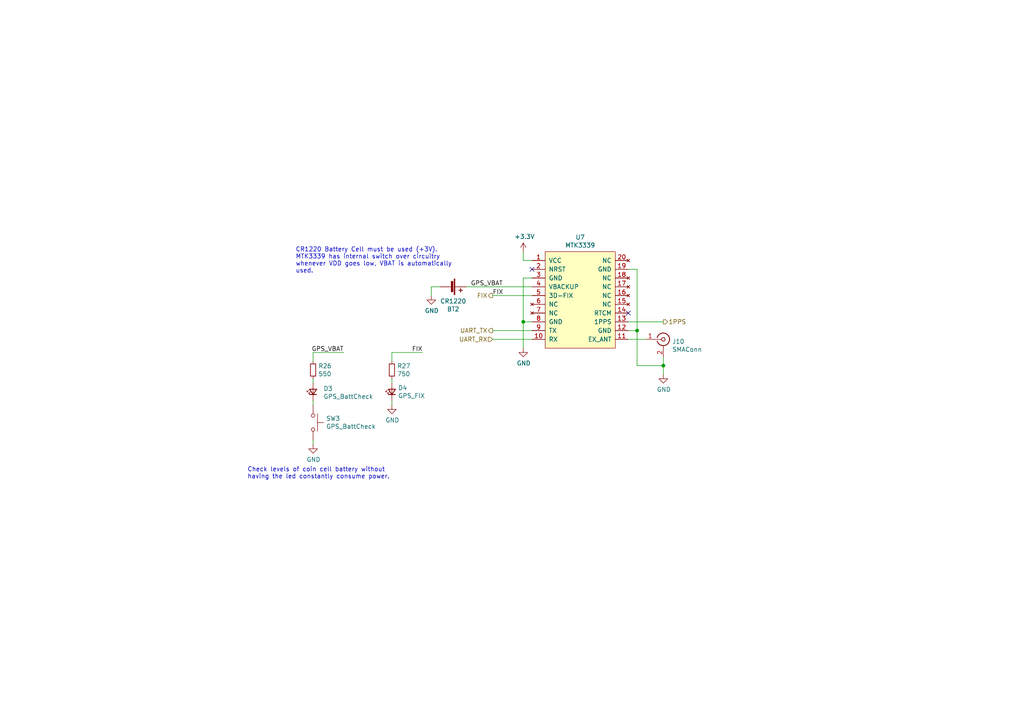
<source format=kicad_sch>
(kicad_sch (version 20230121) (generator eeschema)
  (paper "A4")
  (lib_symbols
    (symbol "Connector:Conn_Coaxial" (pin_names (offset 1.016) hide)
      (property "Reference" "J" (at 0.254 3.048 0))
      (property "Value" "Conn_Coaxial" (at 2.921 0 90))
      (symbol "Conn_Coaxial_0_1"
        (arc (start -1.778 -0.508) (mid 0.2311 -1.8066) (end 1.778 0) (stroke (width 0.254)))
        (polyline (pts (xy -2.54 0) (xy -0.508 0)))
        (polyline (pts (xy 0 -2.54) (xy 0 -1.778)))
        (circle (center 0 0) (radius 0.508) (stroke (width 0.2032)))
        (arc (start 1.778 0) (mid 0.2099 1.8101) (end -1.778 0.508) (stroke (width 0.254)))
      )
      (symbol "Conn_Coaxial_1_1"
        (pin passive line (at -5.08 0 0) (length 2.54) (name "In") (number "1"))
        (pin passive line (at 0 -5.08 90) (length 2.54) (name "Ext") (number "2"))
      )
    )
    (symbol "Device:Battery_Cell" (pin_numbers hide) (pin_names (offset 0) hide)
      (property "Reference" "BT" (at 2.54 2.54 0))
      (property "Value" "Battery_Cell" (at 2.54 0 0))
      (symbol "Battery_Cell_0_1"
        (rectangle (start -2.286 1.778) (end 2.286 1.524) (fill (type outline)))
        (rectangle (start -1.5748 1.1938) (end 1.4732 0.6858) (fill (type outline)))
        (polyline (pts (xy 0 0.762) (xy 0 0)))
        (polyline (pts (xy 0 1.778) (xy 0 2.54)))
        (polyline (pts (xy 0.508 3.429) (xy 1.524 3.429)) (stroke (width 0.254)))
        (polyline (pts (xy 1.016 3.937) (xy 1.016 2.921)) (stroke (width 0.254)))
      )
      (symbol "Battery_Cell_1_1"
        (pin passive line (at 0 5.08 270) (length 2.54) (name "+") (number "1"))
        (pin passive line (at 0 -2.54 90) (length 2.54) (name "-") (number "2"))
      )
    )
    (symbol "Device:LED_Small" (pin_numbers hide) (pin_names (offset 0.254) hide)
      (property "Reference" "D" (at -1.27 3.175 0))
      (property "Value" "LED_Small" (at -4.445 -2.54 0))
      (symbol "LED_Small_0_1"
        (polyline (pts (xy -0.762 -1.016) (xy -0.762 1.016)) (stroke (width 0.254)))
        (polyline (pts (xy 1.016 0) (xy -0.762 0)))
        (polyline (pts (xy 0.762 -1.016) (xy -0.762 0) (xy 0.762 1.016) (xy 0.762 -1.016)) (stroke (width 0.254)))
        (polyline (pts (xy 0 0.762) (xy -0.508 1.27) (xy -0.254 1.27) (xy -0.508 1.27) (xy -0.508 1.016)))
        (polyline (pts (xy 0.508 1.27) (xy 0 1.778) (xy 0.254 1.778) (xy 0 1.778) (xy 0 1.524)))
      )
      (symbol "LED_Small_1_1"
        (pin passive line (at -2.54 0 0) (length 1.778) (name "K") (number "1"))
        (pin passive line (at 2.54 0 180) (length 1.778) (name "A") (number "2"))
      )
    )
    (symbol "Device:R_Small" (pin_numbers hide) (pin_names (offset 0.254) hide)
      (property "Reference" "R" (at 0.762 0.508 0))
      (property "Value" "R_Small" (at 0.762 -1.016 0))
      (symbol "R_Small_0_1"
        (rectangle (start -0.762 1.778) (end 0.762 -1.778) (stroke (width 0.2032)))
      )
      (symbol "R_Small_1_1"
        (pin passive line (at 0 2.54 270) (length 0.762) (name "~") (number "1"))
        (pin passive line (at 0 -2.54 90) (length 0.762) (name "~") (number "2"))
      )
    )
    (symbol "Switch:SW_Push" (pin_numbers hide) (pin_names (offset 1.016) hide)
      (property "Reference" "SW" (at 1.27 2.54 0))
      (property "Value" "SW_Push" (at 0 -1.524 0))
      (symbol "SW_Push_0_1"
        (circle (center -2.032 0) (radius 0.508))
        (polyline (pts (xy 0 1.27) (xy 0 3.048)))
        (polyline (pts (xy 2.54 1.27) (xy -2.54 1.27)))
        (circle (center 2.032 0) (radius 0.508))
        (pin passive line (at -5.08 0 0) (length 2.54) (name "1") (number "1"))
        (pin passive line (at 5.08 0 180) (length 2.54) (name "2") (number "2"))
      )
    )
    (symbol "power:+3.3V" (power) (pin_names (offset 0))
      (property "Value" "+3.3V" (at 0 3.556 0))
      (symbol "+3.3V_0_1"
        (polyline (pts (xy -0.762 1.27) (xy 0 2.54)))
        (polyline (pts (xy 0 0) (xy 0 2.54)))
        (polyline (pts (xy 0 2.54) (xy 0.762 1.27)))
      )
      (symbol "+3.3V_1_1"
        (pin power_in line (at 0 0 90) (length 0) hide (name "+3.3V") (number "1"))
      )
    )
    (symbol "power:GND" (power) (pin_names (offset 0))
      (property "Value" "GND" (at 0 -3.81 0))
      (symbol "GND_0_1"
        (polyline (pts (xy 0 0) (xy 0 -1.27) (xy 1.27 -1.27) (xy 0 -2.54) (xy -1.27 -1.27) (xy 0 -1.27)))
      )
      (symbol "GND_1_1"
        (pin power_in line (at 0 0 270) (length 0) hide (name "GND") (number "1"))
      )
    )
    (symbol "utsvt-chips:MTK3339" (pin_names (offset 1.016))
      (property "Reference" "U" (at 0 3.81 0))
      (property "Value" "MTK3339" (at 0 1.27 0))
      (symbol "MTK3339_0_1"
        (rectangle (start -10.16 0) (end 10.16 -27.94) (fill (type background)))
      )
      (symbol "MTK3339_1_1"
        (pin power_in line (at -13.97 -2.54 0) (length 3.81) (name "VCC") (number "1"))
        (pin input line (at -13.97 -25.4 0) (length 3.81) (name "RX") (number "10"))
        (pin input line (at 13.97 -25.4 180) (length 3.81) (name "EX_ANT") (number "11"))
        (pin power_in line (at 13.97 -22.86 180) (length 3.81) (name "GND") (number "12"))
        (pin output line (at 13.97 -20.32 180) (length 3.81) (name "1PPS") (number "13"))
        (pin input line (at 13.97 -17.78 180) (length 3.81) (name "RTCM") (number "14"))
        (pin no_connect line (at 13.97 -15.24 180) (length 3.81) (name "NC") (number "15"))
        (pin no_connect line (at 13.97 -12.7 180) (length 3.81) (name "NC") (number "16"))
        (pin no_connect line (at 13.97 -10.16 180) (length 3.81) (name "NC") (number "17"))
        (pin no_connect line (at 13.97 -7.62 180) (length 3.81) (name "NC") (number "18"))
        (pin power_in line (at 13.97 -5.08 180) (length 3.81) (name "GND") (number "19"))
        (pin input line (at -13.97 -5.08 0) (length 3.81) (name "NRST") (number "2"))
        (pin no_connect line (at 13.97 -2.54 180) (length 3.81) (name "NC") (number "20"))
        (pin power_in line (at -13.97 -7.62 0) (length 3.81) (name "GND") (number "3"))
        (pin power_in line (at -13.97 -10.16 0) (length 3.81) (name "VBACKUP") (number "4"))
        (pin output line (at -13.97 -12.7 0) (length 3.81) (name "3D-FIX") (number "5"))
        (pin no_connect line (at -13.97 -15.24 0) (length 3.81) (name "NC") (number "6"))
        (pin no_connect line (at -13.97 -17.78 0) (length 3.81) (name "NC") (number "7"))
        (pin power_in line (at -13.97 -20.32 0) (length 3.81) (name "GND") (number "8"))
        (pin output line (at -13.97 -22.86 0) (length 3.81) (name "TX") (number "9"))
      )
    )
  )
  (junction (at 151.765 93.345))
  (junction (at 192.405 106.045))
  (junction (at 184.785 95.885))
  (no_connect (at 182.245 90.805))
  (no_connect (at 154.305 78.105))
  (wire (pts (xy 142.875 85.725) (xy 154.305 85.725)))
  (wire (pts (xy 90.805 127.635) (xy 90.805 128.905)))
  (wire (pts (xy 192.405 106.045) (xy 184.785 106.045)))
  (wire (pts (xy 184.785 95.885) (xy 184.785 78.105)))
  (wire (pts (xy 90.805 111.125) (xy 90.805 109.855)))
  (wire (pts (xy 113.665 102.235) (xy 122.555 102.235)))
  (wire (pts (xy 192.405 93.345) (xy 182.245 93.345)))
  (wire (pts (xy 99.695 102.235) (xy 90.805 102.235)))
  (wire (pts (xy 113.665 104.775) (xy 113.665 102.235)))
  (wire (pts (xy 125.095 83.185) (xy 127.635 83.185)))
  (wire (pts (xy 151.765 93.345) (xy 151.765 80.645)))
  (wire (pts (xy 151.765 100.965) (xy 151.765 93.345)))
  (wire (pts (xy 125.095 85.725) (xy 125.095 83.185)))
  (wire (pts (xy 151.765 93.345) (xy 154.305 93.345)))
  (wire (pts (xy 142.875 98.425) (xy 154.305 98.425)))
  (wire (pts (xy 151.765 73.025) (xy 151.765 75.565)))
  (wire (pts (xy 135.255 83.185) (xy 154.305 83.185)))
  (wire (pts (xy 182.245 98.425) (xy 187.325 98.425)))
  (wire (pts (xy 113.665 116.205) (xy 113.665 117.475)))
  (wire (pts (xy 192.405 108.585) (xy 192.405 106.045)))
  (wire (pts (xy 192.405 106.045) (xy 192.405 103.505)))
  (wire (pts (xy 151.765 80.645) (xy 154.305 80.645)))
  (wire (pts (xy 184.785 78.105) (xy 182.245 78.105)))
  (wire (pts (xy 184.785 106.045) (xy 184.785 95.885)))
  (wire (pts (xy 154.305 95.885) (xy 142.875 95.885)))
  (wire (pts (xy 90.805 117.475) (xy 90.805 116.205)))
  (wire (pts (xy 90.805 102.235) (xy 90.805 104.775)))
  (wire (pts (xy 113.665 109.855) (xy 113.665 111.125)))
  (wire (pts (xy 151.765 75.565) (xy 154.305 75.565)))
  (wire (pts (xy 184.785 95.885) (xy 182.245 95.885)))
  (text "Check levels of coin cell battery without\nhaving the led constantly consume power." (at 71.755 139.065 0) (effects (font (size 1.27 1.27)) (justify left bottom)))
  (text "CR1220 Battery Cell must be used (+3V).\nMTK3339 has internal switch over circuitry\nwhenever VDD goes low, VBAT is automatically\nused." (at 85.725 79.375 0) (effects (font (size 1.27 1.27)) (justify left bottom)))
  (label "GPS_VBAT" (at 99.695 102.235 180))
  (label "FIX" (at 142.875 85.725 0))
  (label "GPS_VBAT" (at 136.525 83.185 0))
  (label "FIX" (at 122.555 102.235 180))
  (hierarchical_label "UART_TX" (shape output) (at 142.875 95.885 180))
  (hierarchical_label "1PPS" (shape output) (at 192.405 93.345 0))
  (hierarchical_label "FIX" (shape output) (at 142.875 85.725 180))
  (hierarchical_label "UART_RX" (shape input) (at 142.875 98.425 180))
  (symbol (lib_id "Device:Battery_Cell") (at 130.175 83.185 270) (unit 1)
    (property "Reference" "BT2" (at 131.445 89.662 90))
    (property "Value" "CR1220" (at 131.445 87.3506 90))
    (property "Footprint" "Battery:BatteryHolder_Keystone_3000_1x12mm" (effects hide))
  )
  (symbol (lib_id "power:GND") (at 125.095 85.725 0) (unit 1)
    (property "Reference" "#PWR0157" (effects hide))
    (property "Value" "GND" (at 125.222 90.1192 0))
  )
  (symbol (lib_id "Device:LED_Small") (at 113.665 113.665 90) (unit 1)
    (property "Reference" "D4" (at 115.443 112.4966 90) (effects (justify right)))
    (property "Value" "GPS_FIX" (at 115.443 114.808 90) (effects (justify right)))
    (property "Footprint" "LED_SMD:LED_0805_2012Metric" (effects hide))
    (property "Datasheet" "https://www.mouser.com/datasheet/2/216/APT2012LSECK-J4-PRV-535760.pdf" (effects hide))
    (property "Color" "Orange" (effects hide))
    (property "Vf" "1.8V" (effects hide))
    (property "If" "2mA" (effects hide))
    (property "P/N" "APT2012LSECK/J4-PRV" (effects hide))
  )
  (symbol (lib_id "Device:R_Small") (at 113.665 107.315 0) (unit 1)
    (property "Reference" "R27" (at 115.1636 106.1466 0) (effects (justify left)))
    (property "Value" "750" (at 115.1636 108.458 0) (effects (justify left)))
    (property "Footprint" "Resistor_SMD:R_0805_2012Metric" (effects hide))
  )
  (symbol (lib_id "power:GND") (at 113.665 117.475 0) (unit 1)
    (property "Reference" "#PWR0158" (effects hide))
    (property "Value" "GND" (at 113.792 121.8692 0))
  )
  (symbol (lib_id "Connector:Conn_Coaxial") (at 192.405 98.425 0) (unit 1)
    (property "Reference" "J10" (at 194.945 99.06 0) (effects (justify left)))
    (property "Value" "SMAConn" (at 194.945 101.3714 0) (effects (justify left)))
    (property "Footprint" "Connector_Coaxial:SMA_Amphenol_132203-12_Horizontal" (effects hide))
    (property "Datasheet" " ~" (effects hide))
  )
  (symbol (lib_id "utsvt-chips:MTK3339") (at 168.275 73.025 0) (unit 1)
    (property "Reference" "U7" (at 168.275 68.834 0))
    (property "Value" "MTK3339" (at 168.275 71.1454 0))
    (property "Footprint" "UTSVT_Special:FGPMMOPA6H" (effects hide))
    (property "Datasheet" "https://www.mouser.com/ProductDetail/Adafruit/790?qs=sGAEpiMZZMu3sxpa5v1qro3UYtn2%252BmNbf7YcQf0l2Dw%3D" (effects hide))
  )
  (symbol (lib_id "power:GND") (at 192.405 108.585 0) (unit 1)
    (property "Reference" "#PWR0154" (effects hide))
    (property "Value" "GND" (at 192.532 112.9792 0))
  )
  (symbol (lib_id "power:+3.3V") (at 151.765 73.025 0) (unit 1)
    (property "Reference" "#PWR0155" (effects hide))
    (property "Value" "+3.3V" (at 152.146 68.6308 0))
  )
  (symbol (lib_id "power:GND") (at 151.765 100.965 0) (unit 1)
    (property "Reference" "#PWR0156" (effects hide))
    (property "Value" "GND" (at 151.892 105.3592 0))
  )
  (symbol (lib_id "power:GND") (at 90.805 128.905 0) (unit 1)
    (property "Reference" "#PWR0159" (effects hide))
    (property "Value" "GND" (at 90.932 133.2992 0))
    (instances (project "Telemetry-Primary" (path "" (reference "#PWR0159") (unit 1)) (path "" (reference "#PWR?") (unit 1))))
  )
  (symbol (lib_id "Device:LED_Small") (at 90.805 113.665 90) (unit 1)
    (property "Reference" "D3" (at 93.8022 112.6998 90) (effects (justify right)))
    (property "Value" "GPS_BattCheck" (at 93.8022 115.0112 90) (effects (justify right)))
    (property "Footprint" "LED_SMD:LED_0805_2012Metric" (effects hide))
    (property "Datasheet" "https://www.mouser.com/datasheet/2/216/APTD2012LCGCK-1102037.pdf" (effects hide))
    (property "Color" "Green" (effects hide))
    (property "P/N" "APTD2012LCGCK" (effects hide))
    (property "Vf" "1.9V" (effects hide))
    (property "If" "2mA" (effects hide))
    (instances (project "Telemetry-Primary" (path "" (reference "D3") (unit 1)) (path "" (reference "D?") (unit 1))))
  )
  (symbol (lib_id "Device:R_Small") (at 90.805 107.315 0) (unit 1)
    (property "Reference" "R26" (at 92.3036 106.1466 0) (effects (justify left)))
    (property "Value" "550" (at 92.3036 108.458 0) (effects (justify left)))
    (property "Footprint" "Resistor_SMD:R_0805_2012Metric" (effects hide))
  )
  (symbol (lib_id "Switch:SW_Push") (at 90.805 122.555 270) (unit 1)
    (property "Reference" "SW3" (at 94.5642 121.3866 90) (effects (justify left)))
    (property "Value" "GPS_BattCheck" (at 94.5642 123.698 90) (effects (justify left)))
    (property "Footprint" "Button_Switch_SMD:SW_SPST_B3SL-1002P" (effects hide))
    (property "P/N" "EVQ-7Q203W or B3SL-1002P" (effects hide))
    (instances (project "Telemetry-Primary" (path "" (reference "SW3") (unit 1)) (path "" (reference "SW?") (unit 1))))
  )
)
</source>
